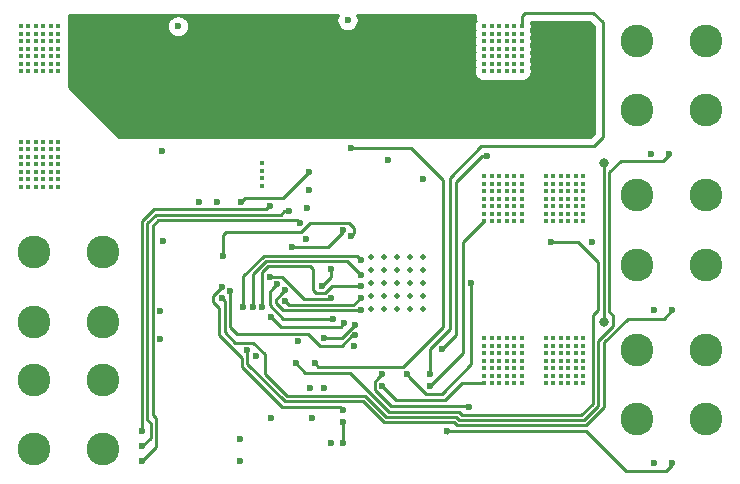
<source format=gbr>
G04 #@! TF.GenerationSoftware,KiCad,Pcbnew,(5.1.5)-3*
G04 #@! TF.CreationDate,2020-12-16T15:48:43+01:00*
G04 #@! TF.ProjectId,esc,6573632e-6b69-4636-9164-5f7063625858,rev?*
G04 #@! TF.SameCoordinates,Original*
G04 #@! TF.FileFunction,Copper,L4,Bot*
G04 #@! TF.FilePolarity,Positive*
%FSLAX46Y46*%
G04 Gerber Fmt 4.6, Leading zero omitted, Abs format (unit mm)*
G04 Created by KiCad (PCBNEW (5.1.5)-3) date 2020-12-16 15:48:43*
%MOMM*%
%LPD*%
G04 APERTURE LIST*
%ADD10C,0.499999*%
%ADD11C,2.775000*%
%ADD12C,0.600000*%
%ADD13C,0.450000*%
%ADD14C,0.800000*%
%ADD15C,0.250000*%
%ADD16C,0.254000*%
G04 APERTURE END LIST*
D10*
X142452999Y-98891999D03*
X143553000Y-98891999D03*
X144653000Y-98891999D03*
X145753000Y-98891999D03*
X146853001Y-98891999D03*
X142452999Y-99992000D03*
X143553000Y-99992000D03*
X144653000Y-99992000D03*
X145753000Y-99992000D03*
X146853001Y-99992000D03*
X142452999Y-101092000D03*
X143553000Y-101092000D03*
X144653000Y-101092000D03*
X145753000Y-101092000D03*
X146853001Y-101092000D03*
X142452999Y-102192000D03*
X143553000Y-102192000D03*
X144653000Y-102192000D03*
X145753000Y-102192000D03*
X146853001Y-102192000D03*
X142452999Y-103292001D03*
X143553000Y-103292001D03*
X144653000Y-103292001D03*
X145753000Y-103292001D03*
X146853001Y-103292001D03*
D11*
X164945000Y-86487000D03*
X164945000Y-80617000D03*
X170815000Y-80617000D03*
X170815000Y-86487000D03*
X113919000Y-98524000D03*
X119789000Y-98524000D03*
X119789000Y-104394000D03*
X113919000Y-104394000D03*
X164945000Y-99568000D03*
X164945000Y-93698000D03*
X170815000Y-93698000D03*
X170815000Y-99568000D03*
X113919000Y-109319000D03*
X119789000Y-109319000D03*
X119789000Y-115189000D03*
X113919000Y-115189000D03*
X164945000Y-112649000D03*
X164945000Y-106779000D03*
X170815000Y-106779000D03*
X170815000Y-112649000D03*
D12*
X140970000Y-106426000D03*
D13*
X152019000Y-95885000D03*
D12*
X161163000Y-97663000D03*
D13*
X152654000Y-95885000D03*
X153289000Y-95885000D03*
X153924000Y-95885000D03*
X154559000Y-95885000D03*
X155194000Y-95885000D03*
X155194000Y-95250000D03*
X153289000Y-95250000D03*
X153924000Y-95250000D03*
X152019000Y-95250000D03*
X152654000Y-95250000D03*
X154559000Y-95250000D03*
X153289000Y-93980000D03*
X154559000Y-93980000D03*
X155194000Y-94615000D03*
X153289000Y-94615000D03*
X152019000Y-93980000D03*
X153924000Y-93980000D03*
X152654000Y-93980000D03*
X155194000Y-93980000D03*
X153924000Y-94615000D03*
X152019000Y-94615000D03*
X152654000Y-94615000D03*
X154559000Y-94615000D03*
X152654000Y-92075000D03*
X155194000Y-92075000D03*
X154559000Y-92075000D03*
X152019000Y-92710000D03*
X152654000Y-92710000D03*
X153289000Y-93345000D03*
X152019000Y-92075000D03*
X154559000Y-93345000D03*
X153924000Y-92710000D03*
X153289000Y-92075000D03*
X154559000Y-92710000D03*
X152019000Y-93345000D03*
X153924000Y-93345000D03*
X152654000Y-93345000D03*
X155194000Y-92710000D03*
X153924000Y-92075000D03*
X155194000Y-93345000D03*
X153289000Y-92710000D03*
X152654000Y-81280000D03*
X155194000Y-81280000D03*
X154559000Y-81280000D03*
X152019000Y-81915000D03*
X152654000Y-81915000D03*
X153289000Y-82550000D03*
X152019000Y-81280000D03*
X154559000Y-82550000D03*
X153924000Y-81915000D03*
X153289000Y-81280000D03*
X155194000Y-83185000D03*
X154559000Y-81915000D03*
X153289000Y-83185000D03*
X152019000Y-82550000D03*
X153924000Y-82550000D03*
X152654000Y-82550000D03*
X155194000Y-81915000D03*
X153924000Y-81280000D03*
X155194000Y-82550000D03*
X153289000Y-81915000D03*
X153924000Y-83185000D03*
X152019000Y-83185000D03*
X152654000Y-83185000D03*
X154559000Y-83185000D03*
X154559000Y-79375000D03*
X154559000Y-80645000D03*
X152019000Y-80010000D03*
X155194000Y-79375000D03*
X152019000Y-80645000D03*
X152019000Y-79375000D03*
X154559000Y-80010000D03*
X153924000Y-80645000D03*
X153924000Y-79375000D03*
X153289000Y-80010000D03*
X152654000Y-79375000D03*
X153289000Y-79375000D03*
X152654000Y-80010000D03*
X153289000Y-80645000D03*
X153924000Y-80010000D03*
X155194000Y-80010000D03*
X155194000Y-80645000D03*
X152654000Y-80645000D03*
X152654000Y-105791000D03*
X153924000Y-108966000D03*
X152654000Y-107696000D03*
X154559000Y-108966000D03*
X153289000Y-108966000D03*
X155194000Y-109601000D03*
X154559000Y-109601000D03*
X153924000Y-105791000D03*
X153289000Y-105791000D03*
X152019000Y-107061000D03*
X154559000Y-106426000D03*
X153289000Y-106426000D03*
X155194000Y-106426000D03*
X152019000Y-105791000D03*
X152654000Y-109601000D03*
X155194000Y-105791000D03*
X154559000Y-105791000D03*
X152019000Y-108331000D03*
X153289000Y-109601000D03*
X152019000Y-109601000D03*
X153924000Y-107061000D03*
X155194000Y-107696000D03*
X153289000Y-108331000D03*
X153289000Y-107061000D03*
X152654000Y-107061000D03*
X155194000Y-108331000D03*
X153924000Y-107696000D03*
X152019000Y-106426000D03*
X152654000Y-108966000D03*
X153924000Y-109601000D03*
X152654000Y-106426000D03*
X154559000Y-107696000D03*
X153924000Y-106426000D03*
X155194000Y-107061000D03*
X153924000Y-108331000D03*
X152019000Y-108966000D03*
X155194000Y-108966000D03*
X154559000Y-107061000D03*
X152654000Y-108331000D03*
X152019000Y-107696000D03*
X153289000Y-107696000D03*
X154559000Y-108331000D03*
X113411000Y-79375000D03*
X114681000Y-82550000D03*
X113411000Y-81280000D03*
X115316000Y-82550000D03*
X114046000Y-82550000D03*
X115951000Y-83185000D03*
X115316000Y-83185000D03*
X114681000Y-79375000D03*
X114046000Y-79375000D03*
X115316000Y-80010000D03*
X114046000Y-80010000D03*
X115951000Y-80010000D03*
X113411000Y-83185000D03*
X115951000Y-79375000D03*
X115316000Y-79375000D03*
X114046000Y-83185000D03*
X114681000Y-80645000D03*
X115951000Y-81280000D03*
X114046000Y-81915000D03*
X114046000Y-80645000D03*
X113411000Y-80645000D03*
X115951000Y-81915000D03*
X114681000Y-81280000D03*
X113411000Y-82550000D03*
X114681000Y-83185000D03*
X113411000Y-80010000D03*
X115316000Y-81280000D03*
X114681000Y-80010000D03*
X115951000Y-80645000D03*
X114681000Y-81915000D03*
X115951000Y-82550000D03*
X115316000Y-80645000D03*
X113411000Y-81915000D03*
X114046000Y-81280000D03*
X115316000Y-81915000D03*
X114046000Y-90424000D03*
X115951000Y-90424000D03*
X113411000Y-92329000D03*
X114681000Y-92964000D03*
X113411000Y-91694000D03*
X113411000Y-92964000D03*
X114046000Y-91694000D03*
X114681000Y-89789000D03*
X113411000Y-91059000D03*
X115316000Y-90424000D03*
X114046000Y-91059000D03*
X114681000Y-90424000D03*
X113411000Y-90424000D03*
X113411000Y-89789000D03*
X115316000Y-89789000D03*
X115951000Y-92329000D03*
X115316000Y-91059000D03*
X115316000Y-92964000D03*
X115316000Y-92329000D03*
X114681000Y-92329000D03*
X115951000Y-89154000D03*
X114046000Y-92329000D03*
X115951000Y-91059000D03*
X115951000Y-92964000D03*
X114046000Y-89789000D03*
X114681000Y-91059000D03*
X115951000Y-89789000D03*
X115951000Y-91694000D03*
X114681000Y-91694000D03*
X115316000Y-91694000D03*
X114046000Y-92964000D03*
X114681000Y-89154000D03*
X113411000Y-89154000D03*
X114046000Y-89154000D03*
X115316000Y-89154000D03*
X112776000Y-80010000D03*
X112776000Y-79375000D03*
X112776000Y-80645000D03*
X112776000Y-82550000D03*
X112776000Y-81915000D03*
X112776000Y-81280000D03*
X112776000Y-83185000D03*
X112776000Y-92329000D03*
X112776000Y-91694000D03*
X112776000Y-91059000D03*
X112776000Y-92964000D03*
X112776000Y-89789000D03*
X112776000Y-90424000D03*
X112776000Y-89154000D03*
D12*
X124841000Y-97599500D03*
X147447000Y-109855000D03*
X147447000Y-108839000D03*
X143383000Y-109855000D03*
X146812000Y-92329000D03*
X143891000Y-90678000D03*
X140462000Y-78867000D03*
X126111000Y-79375000D03*
X124714000Y-89916000D03*
X131318000Y-114300000D03*
X124588030Y-103505000D03*
X124588020Y-105846587D03*
X137160000Y-93217994D03*
X136939161Y-97360031D03*
X133985000Y-112522000D03*
X137414000Y-112522000D03*
X137315052Y-110004950D03*
X132715000Y-107315000D03*
X129413000Y-94234000D03*
X166370000Y-103441500D03*
X166116000Y-90170008D03*
X166433500Y-116395500D03*
D13*
X133223000Y-92900500D03*
X133223000Y-92265500D03*
X133223000Y-90995500D03*
X133223000Y-91630500D03*
D12*
X131318008Y-116205000D03*
X127889000Y-94234000D03*
X137033000Y-94742000D03*
X136271000Y-106045000D03*
X139065000Y-114681000D03*
X138430000Y-109982000D03*
D13*
X117602000Y-80645000D03*
X117602000Y-82550000D03*
X117602000Y-79375000D03*
X117602000Y-81280000D03*
X117602000Y-83185000D03*
X117602000Y-80010000D03*
X117602000Y-81915000D03*
X118237000Y-83185000D03*
X118237000Y-81915000D03*
X118237000Y-79375000D03*
X118237000Y-80010000D03*
X118237000Y-82550000D03*
X118237000Y-81280000D03*
X118237000Y-80645000D03*
X119507000Y-83185000D03*
X119507000Y-81915000D03*
X119507000Y-79375000D03*
X119507000Y-80010000D03*
X119507000Y-82550000D03*
X119507000Y-81280000D03*
X119507000Y-80645000D03*
X118872000Y-80645000D03*
X118872000Y-82550000D03*
X118872000Y-79375000D03*
X118872000Y-81280000D03*
X118872000Y-83185000D03*
X118872000Y-80010000D03*
X118872000Y-81915000D03*
X120142000Y-83185000D03*
X120142000Y-79375000D03*
X120142000Y-82550000D03*
X120142000Y-80645000D03*
X120142000Y-81280000D03*
X120142000Y-80010000D03*
X120142000Y-81915000D03*
X120777000Y-79375000D03*
X120777000Y-80645000D03*
X120777000Y-82550000D03*
X120777000Y-83185000D03*
X120777000Y-80010000D03*
X120777000Y-81280000D03*
X120777000Y-81915000D03*
X158496000Y-79375000D03*
X159131000Y-81915000D03*
X158496000Y-80645000D03*
X159131000Y-81280000D03*
X159131000Y-80010000D03*
X159131000Y-80645000D03*
X159131000Y-82550000D03*
X158496000Y-82550000D03*
X159131000Y-79375000D03*
X159131000Y-83185000D03*
X157226000Y-83185000D03*
X157226000Y-81915000D03*
X157226000Y-79375000D03*
X157226000Y-80010000D03*
X157226000Y-82550000D03*
X157226000Y-81280000D03*
X157226000Y-80645000D03*
X159766000Y-81915000D03*
X158496000Y-83185000D03*
X159766000Y-81280000D03*
X158496000Y-80010000D03*
X159766000Y-80645000D03*
X159766000Y-79375000D03*
X158496000Y-81280000D03*
X158496000Y-81915000D03*
X159766000Y-82550000D03*
X159766000Y-83185000D03*
X159766000Y-80010000D03*
X160401000Y-80010000D03*
X160401000Y-81280000D03*
X160401000Y-81915000D03*
X160401000Y-82550000D03*
X160401000Y-80645000D03*
X160401000Y-83185000D03*
X160401000Y-79375000D03*
X157861000Y-83185000D03*
X157861000Y-79375000D03*
X157861000Y-82550000D03*
X157861000Y-80645000D03*
X157861000Y-81280000D03*
X157861000Y-80010000D03*
X157861000Y-81915000D03*
X158496000Y-92710000D03*
X159766000Y-93980000D03*
X159766000Y-93345000D03*
X159131000Y-94615000D03*
X158496000Y-93345000D03*
X159131000Y-92710000D03*
X159131000Y-93345000D03*
X157226000Y-95885000D03*
X157226000Y-92710000D03*
X158496000Y-95250000D03*
X157226000Y-92075000D03*
X159131000Y-92075000D03*
X157226000Y-95250000D03*
X157226000Y-93980000D03*
X157226000Y-93345000D03*
X159131000Y-95250000D03*
X159131000Y-93980000D03*
X157226000Y-94615000D03*
X159766000Y-94615000D03*
X158496000Y-95885000D03*
X158496000Y-92075000D03*
X159131000Y-95885000D03*
X160401000Y-95250000D03*
X157861000Y-93980000D03*
X157861000Y-92710000D03*
X160401000Y-92710000D03*
X160401000Y-94615000D03*
X160401000Y-93345000D03*
X159766000Y-92710000D03*
X159766000Y-92075000D03*
X160401000Y-92075000D03*
X157861000Y-93345000D03*
X160401000Y-93980000D03*
X157861000Y-92075000D03*
X157861000Y-95250000D03*
X159766000Y-95885000D03*
X157861000Y-94615000D03*
X157861000Y-95885000D03*
X158496000Y-93980000D03*
X158496000Y-94615000D03*
X160401000Y-95885000D03*
X159766000Y-95250000D03*
X160401000Y-106426000D03*
X160401000Y-107696000D03*
X159131000Y-107061000D03*
X157861000Y-108331000D03*
X157861000Y-108966000D03*
X157226000Y-106426000D03*
X158496000Y-108966000D03*
X160401000Y-109601000D03*
X160401000Y-108331000D03*
X158496000Y-107696000D03*
X157226000Y-105791000D03*
X159766000Y-109601000D03*
X158496000Y-107061000D03*
X160401000Y-105791000D03*
X160401000Y-107061000D03*
X157861000Y-107061000D03*
X158496000Y-109601000D03*
X157226000Y-107061000D03*
X157861000Y-106426000D03*
X159131000Y-105791000D03*
X157861000Y-107696000D03*
X159131000Y-108331000D03*
X159766000Y-105791000D03*
X157861000Y-105791000D03*
X157861000Y-109601000D03*
X157226000Y-109601000D03*
X157226000Y-107696000D03*
X159131000Y-108966000D03*
X158496000Y-106426000D03*
X160401000Y-108966000D03*
X159766000Y-108966000D03*
X159766000Y-108331000D03*
X159131000Y-109601000D03*
X159766000Y-106426000D03*
X159131000Y-107696000D03*
X159766000Y-107696000D03*
X158496000Y-105791000D03*
X157226000Y-108331000D03*
X157226000Y-108966000D03*
X159766000Y-107061000D03*
X159131000Y-106426000D03*
X158496000Y-108331000D03*
X145351500Y-88392000D03*
X144716500Y-88392000D03*
X144081500Y-88392000D03*
X145986500Y-88392000D03*
X144081500Y-87757000D03*
X145986500Y-87757000D03*
X144716500Y-87757000D03*
X145351500Y-87757000D03*
D12*
X152273000Y-90333990D03*
X148463000Y-106680000D03*
X150956929Y-101103191D03*
X145468426Y-108855968D03*
D14*
X162179000Y-104394000D03*
X162179000Y-90931990D03*
D12*
X150749000Y-111633000D03*
X143383000Y-108839000D03*
X138430000Y-105791000D03*
X141097000Y-104648002D03*
X140081000Y-112903000D03*
X140081000Y-114681000D03*
X140081000Y-111887000D03*
X129794000Y-101473000D03*
X141097000Y-105537000D03*
X130518058Y-101816058D03*
X140180873Y-104516479D03*
X133985000Y-104013006D03*
X141567998Y-103378000D03*
X135148023Y-101738718D03*
X139192000Y-104140002D03*
X134493000Y-101219000D03*
X139065012Y-102362000D03*
X133878409Y-100584000D03*
X141567998Y-101346000D03*
X133253409Y-103155456D03*
X141567998Y-100457000D03*
X132454271Y-103118076D03*
X139065000Y-99949000D03*
X138302450Y-101345450D03*
X131654291Y-103125139D03*
X141567998Y-99163388D03*
X140096017Y-96649405D03*
X135728553Y-98078441D03*
X140715998Y-97155000D03*
X129921000Y-98806000D03*
X141567998Y-102362000D03*
X135146320Y-102624320D03*
X123063000Y-114935000D03*
X135509797Y-95055021D03*
X123063000Y-116205000D03*
X136398000Y-96012000D03*
X167640000Y-90170000D03*
X129793998Y-102362000D03*
X131952982Y-106807000D03*
X167957500Y-103441502D03*
X148844000Y-113665000D03*
X167957500Y-116395500D03*
X136080500Y-107886500D03*
X157670498Y-97663000D03*
X140716000Y-89662000D03*
X137731500Y-107886500D03*
X131445000Y-94234000D03*
X137223500Y-91694004D03*
X123063000Y-113665000D03*
X133915211Y-94605010D03*
D15*
X152019000Y-95885000D02*
X150241000Y-97663000D01*
X150241000Y-107061000D02*
X147447000Y-109855000D01*
X150241000Y-97663000D02*
X150241000Y-107061000D01*
X144526000Y-110998000D02*
X143383000Y-109855000D01*
X148717000Y-110998000D02*
X144526000Y-110998000D01*
X151765000Y-109601000D02*
X150114000Y-109601000D01*
X150114000Y-109601000D02*
X148717000Y-110998000D01*
X151765000Y-89535000D02*
X149098000Y-92202000D01*
X161290000Y-89535000D02*
X151765000Y-89535000D01*
X149098000Y-105029000D02*
X147447000Y-106680000D01*
X162052000Y-88773000D02*
X161290000Y-89535000D01*
X155194000Y-78486000D02*
X155448000Y-78232000D01*
X155194000Y-79375000D02*
X155194000Y-78486000D01*
X149098000Y-92202000D02*
X149098000Y-105029000D01*
X161226500Y-78232000D02*
X162052000Y-79057500D01*
X147447000Y-106680000D02*
X147447000Y-108839000D01*
X162052000Y-79057500D02*
X162052000Y-88773000D01*
X155448000Y-78232000D02*
X161226500Y-78232000D01*
X148336000Y-106553000D02*
X148336000Y-106553000D01*
X149606000Y-92583000D02*
X149606000Y-105537000D01*
X152273000Y-90333990D02*
X151855010Y-90333990D01*
X149606000Y-105537000D02*
X148463000Y-106680000D01*
X151855010Y-90333990D02*
X149606000Y-92583000D01*
X147102458Y-110490000D02*
X145768425Y-109155967D01*
X150956929Y-107996071D02*
X148463000Y-110490000D01*
X150956929Y-101103191D02*
X150956929Y-107996071D01*
X148463000Y-110490000D02*
X147102458Y-110490000D01*
X145768425Y-109155967D02*
X145468426Y-108855968D01*
X162179000Y-104394000D02*
X162179000Y-90931990D01*
X143083001Y-109138999D02*
X143383000Y-108839000D01*
X150622000Y-111506000D02*
X144108998Y-111506000D01*
X150749000Y-111633000D02*
X150622000Y-111506000D01*
X142757999Y-110155001D02*
X142757999Y-109464001D01*
X144108998Y-111506000D02*
X142757999Y-110155001D01*
X142757999Y-109464001D02*
X143083001Y-109138999D01*
X139954002Y-105791000D02*
X141097000Y-104648002D01*
X138430000Y-105791000D02*
X139954002Y-105791000D01*
X140081000Y-112903000D02*
X140081000Y-114681000D01*
X129032000Y-102235000D02*
X129794000Y-101473000D01*
X129032000Y-102743000D02*
X129032000Y-102235000D01*
X129540000Y-103251000D02*
X129032000Y-102743000D01*
X129540000Y-105537000D02*
X129540000Y-103251000D01*
X139827000Y-111633000D02*
X134874000Y-111633000D01*
X140081000Y-111887000D02*
X139827000Y-111633000D01*
X134874000Y-111633000D02*
X131502972Y-108261972D01*
X131502972Y-107499972D02*
X129540000Y-105537000D01*
X131502972Y-108261972D02*
X131502972Y-107499972D01*
X141097000Y-105537000D02*
X140844412Y-105537000D01*
X138129999Y-106416001D02*
X137123998Y-105410000D01*
X139965411Y-106416001D02*
X138129999Y-106416001D01*
X137123998Y-105410000D02*
X131064000Y-105410000D01*
X131064000Y-105410000D02*
X130518058Y-104864058D01*
X130518058Y-102240322D02*
X130518058Y-101816058D01*
X130518058Y-104864058D02*
X130518058Y-102240322D01*
X140844412Y-105537000D02*
X139965411Y-106416001D01*
X139880874Y-104816478D02*
X134788472Y-104816478D01*
X140180873Y-104516479D02*
X139880874Y-104816478D01*
X134788472Y-104816478D02*
X134284999Y-104313005D01*
X134284999Y-104313005D02*
X133985000Y-104013006D01*
X134848024Y-102038717D02*
X135148023Y-101738718D01*
X141567998Y-103378000D02*
X141508987Y-103437011D01*
X135034009Y-103437011D02*
X134366000Y-102769002D01*
X134366000Y-102769002D02*
X134366000Y-102520741D01*
X141508987Y-103437011D02*
X135034009Y-103437011D01*
X134366000Y-102520741D02*
X134848024Y-102038717D01*
X135001002Y-104140002D02*
X133858000Y-102997000D01*
X134193001Y-101518999D02*
X134493000Y-101219000D01*
X139192000Y-104140002D02*
X135001002Y-104140002D01*
X133858000Y-102997000D02*
X133858000Y-101854000D01*
X133858000Y-101854000D02*
X134193001Y-101518999D01*
X136761897Y-102431010D02*
X134914887Y-100584000D01*
X134302673Y-100584000D02*
X133878409Y-100584000D01*
X134914887Y-100584000D02*
X134302673Y-100584000D01*
X139065012Y-102362000D02*
X138996002Y-102431010D01*
X138996002Y-102431010D02*
X136761897Y-102431010D01*
X133719980Y-99706020D02*
X133253409Y-100172591D01*
X133253409Y-100172591D02*
X133253409Y-103155456D01*
X137541000Y-99949000D02*
X137298020Y-99706020D01*
X139185798Y-101346000D02*
X138550798Y-101981000D01*
X137795000Y-101981000D02*
X137541000Y-101727000D01*
X137298020Y-99706020D02*
X133719980Y-99706020D01*
X141567998Y-101346000D02*
X139185798Y-101346000D01*
X138550798Y-101981000D02*
X137795000Y-101981000D01*
X137541000Y-101727000D02*
X137541000Y-99949000D01*
X133544599Y-99244991D02*
X132454271Y-100335319D01*
X132454271Y-100335319D02*
X132454271Y-102693812D01*
X135417950Y-99244990D02*
X133544599Y-99244991D01*
X135428970Y-99256010D02*
X135417950Y-99244990D01*
X132454271Y-102693812D02*
X132454271Y-103118076D01*
X140404010Y-99256010D02*
X135428970Y-99256010D01*
X141567998Y-100419998D02*
X140404010Y-99256010D01*
X141567998Y-100457000D02*
X141567998Y-100419998D01*
X139065000Y-99949000D02*
X139065000Y-100582900D01*
X139065000Y-100582900D02*
X138302450Y-101345450D01*
X141199592Y-98794982D02*
X141267999Y-98863389D01*
X141267999Y-98863389D02*
X141567998Y-99163388D01*
X133358198Y-98794982D02*
X141199592Y-98794982D01*
X131654291Y-103125139D02*
X131654291Y-100498889D01*
X131654291Y-100498889D02*
X133358198Y-98794982D01*
X136152817Y-98078441D02*
X135728553Y-98078441D01*
X138776559Y-98078441D02*
X136152817Y-98078441D01*
X140096017Y-96649405D02*
X140096017Y-96758983D01*
X140096017Y-96758983D02*
X138776559Y-98078441D01*
X141015997Y-96855001D02*
X141015997Y-96438997D01*
X140715998Y-97155000D02*
X141015997Y-96855001D01*
X137310598Y-96024404D02*
X136561002Y-96774000D01*
X141015997Y-96438997D02*
X140601404Y-96024404D01*
X140601404Y-96024404D02*
X137310598Y-96024404D01*
X136561002Y-96774000D02*
X130175000Y-96774000D01*
X130175000Y-96774000D02*
X129921000Y-97028000D01*
X129921000Y-97028000D02*
X129921000Y-98806000D01*
X135446319Y-102924319D02*
X135146320Y-102624320D01*
X135509001Y-102987001D02*
X135446319Y-102924319D01*
X140942997Y-102987001D02*
X135509001Y-102987001D01*
X141567998Y-102362000D02*
X140942997Y-102987001D01*
X123513011Y-96068578D02*
X124262580Y-95319009D01*
X123513011Y-112718011D02*
X123513011Y-96068578D01*
X124262580Y-95319009D02*
X134821545Y-95319009D01*
X123788000Y-114210000D02*
X123788000Y-112993000D01*
X123063000Y-114935000D02*
X123788000Y-114210000D01*
X134821545Y-95319009D02*
X135085533Y-95055021D01*
X135085533Y-95055021D02*
X135509797Y-95055021D01*
X123788000Y-112993000D02*
X123513011Y-112718011D01*
X124238011Y-115029989D02*
X123063000Y-116205000D01*
X124238011Y-112554011D02*
X124238011Y-115029989D01*
X123963020Y-96254980D02*
X123963020Y-112279020D01*
X124448980Y-95769020D02*
X123963020Y-96254980D01*
X136155020Y-95769020D02*
X124448980Y-95769020D01*
X136398000Y-96012000D02*
X136155020Y-95769020D01*
X123963020Y-112279020D02*
X124238011Y-112554011D01*
X130048000Y-102616002D02*
X129793998Y-102362000D01*
X130048000Y-105283000D02*
X130048000Y-102616002D01*
X133477000Y-107151998D02*
X132497002Y-106172000D01*
X135315809Y-110674989D02*
X133477000Y-108836180D01*
X141918400Y-110674989D02*
X135315809Y-110674989D01*
X149673600Y-112464009D02*
X143707419Y-112464009D01*
X163576000Y-90805000D02*
X162629010Y-91751990D01*
X133477000Y-108836180D02*
X133477000Y-107151998D01*
X162629010Y-91751990D02*
X162629010Y-103574010D01*
X162629010Y-103574010D02*
X162904001Y-103849001D01*
X160456300Y-112718007D02*
X149927598Y-112718007D01*
X167640000Y-90297000D02*
X167132000Y-90805000D01*
X143707419Y-112464009D02*
X141918400Y-110674989D01*
X167132000Y-90805000D02*
X163576000Y-90805000D01*
X161671000Y-105994200D02*
X161671000Y-111503307D01*
X162904002Y-104761198D02*
X161671000Y-105994200D01*
X130937000Y-106172000D02*
X130048000Y-105283000D01*
X161671000Y-111503307D02*
X160456300Y-112718007D01*
X132497002Y-106172000D02*
X130937000Y-106172000D01*
X162904001Y-103849001D02*
X162904002Y-104761198D01*
X149927598Y-112718007D02*
X149673600Y-112464009D01*
X131952982Y-107231264D02*
X131952982Y-106807000D01*
X131952982Y-107948572D02*
X131952982Y-107231264D01*
X162179000Y-106135998D02*
X162179000Y-111631717D01*
X141732000Y-111125000D02*
X135129409Y-111124999D01*
X167268987Y-104130015D02*
X164184983Y-104130015D01*
X149487200Y-112914020D02*
X143521020Y-112914020D01*
X164184983Y-104130015D02*
X162179000Y-106135998D01*
X167957500Y-103441502D02*
X167268987Y-104130015D01*
X162179000Y-111631717D02*
X160642699Y-113168018D01*
X160642699Y-113168018D02*
X149741198Y-113168018D01*
X135129409Y-111124999D02*
X131952982Y-107948572D01*
X149741198Y-113168018D02*
X149487200Y-112914020D01*
X143521020Y-112914020D02*
X141732000Y-111125000D01*
X148971000Y-113665000D02*
X148844000Y-113792000D01*
X167957500Y-116522500D02*
X167449500Y-117030500D01*
X160655000Y-113665000D02*
X148971000Y-113665000D01*
X167449500Y-117030500D02*
X164020500Y-117030500D01*
X167957500Y-116459000D02*
X167957500Y-116522500D01*
X164020500Y-117030500D02*
X160655000Y-113665000D01*
X136894978Y-108700978D02*
X136080500Y-107886500D01*
X161220989Y-103828011D02*
X161220989Y-111316908D01*
X161671000Y-103378000D02*
X161220989Y-103828011D01*
X143980586Y-112013998D02*
X140667566Y-108700978D01*
X140667566Y-108700978D02*
X136894978Y-108700978D01*
X157670498Y-97663000D02*
X159956500Y-97663000D01*
X161671000Y-99377500D02*
X161671000Y-103378000D01*
X149860000Y-112013998D02*
X143980586Y-112013998D01*
X150113998Y-112267996D02*
X149860000Y-112013998D01*
X159956500Y-97663000D02*
X161671000Y-99377500D01*
X161220989Y-111316908D02*
X160269901Y-112267996D01*
X160269901Y-112267996D02*
X150113998Y-112267996D01*
X145796000Y-89662000D02*
X148520990Y-92386990D01*
X140716000Y-89662000D02*
X145796000Y-89662000D01*
X145159590Y-108204000D02*
X137985500Y-108204000D01*
X137985500Y-108204000D02*
X137668000Y-107886500D01*
X148520990Y-92386990D02*
X148520990Y-104842600D01*
X148520990Y-104842600D02*
X145159590Y-108204000D01*
X134983503Y-93934001D02*
X136923501Y-91994003D01*
X136923501Y-91994003D02*
X137223500Y-91694004D01*
X131744999Y-93934001D02*
X134983503Y-93934001D01*
X131445000Y-94234000D02*
X131744999Y-93934001D01*
X133538542Y-94868998D02*
X133867296Y-94540244D01*
X123063000Y-95882178D02*
X124076180Y-94868998D01*
X124076180Y-94868998D02*
X133538542Y-94868998D01*
X123063000Y-113665000D02*
X123063000Y-95882178D01*
D16*
G36*
X139633414Y-78424111D02*
G01*
X139562932Y-78594271D01*
X139527000Y-78774911D01*
X139527000Y-78959089D01*
X139562932Y-79139729D01*
X139633414Y-79309889D01*
X139735738Y-79463028D01*
X139865972Y-79593262D01*
X140019111Y-79695586D01*
X140189271Y-79766068D01*
X140369911Y-79802000D01*
X140554089Y-79802000D01*
X140734729Y-79766068D01*
X140904889Y-79695586D01*
X141058028Y-79593262D01*
X141188262Y-79463028D01*
X141290586Y-79309889D01*
X141361068Y-79139729D01*
X141397000Y-78959089D01*
X141397000Y-78774911D01*
X141361068Y-78594271D01*
X141290586Y-78424111D01*
X141263785Y-78384000D01*
X151257000Y-78384000D01*
X151257000Y-78803500D01*
X151259440Y-78828276D01*
X151266667Y-78852101D01*
X151278403Y-78874057D01*
X151294197Y-78893303D01*
X151302173Y-78899849D01*
X151256878Y-78967637D01*
X151192049Y-79124147D01*
X151159000Y-79290297D01*
X151159000Y-79459703D01*
X151192049Y-79625853D01*
X151219655Y-79692500D01*
X151192049Y-79759147D01*
X151159000Y-79925297D01*
X151159000Y-80094703D01*
X151192049Y-80260853D01*
X151219655Y-80327500D01*
X151192049Y-80394147D01*
X151159000Y-80560297D01*
X151159000Y-80729703D01*
X151192049Y-80895853D01*
X151219655Y-80962500D01*
X151192049Y-81029147D01*
X151159000Y-81195297D01*
X151159000Y-81364703D01*
X151192049Y-81530853D01*
X151219655Y-81597500D01*
X151192049Y-81664147D01*
X151159000Y-81830297D01*
X151159000Y-81999703D01*
X151192049Y-82165853D01*
X151219655Y-82232500D01*
X151192049Y-82299147D01*
X151159000Y-82465297D01*
X151159000Y-82634703D01*
X151192049Y-82800853D01*
X151219655Y-82867500D01*
X151192049Y-82934147D01*
X151159000Y-83100297D01*
X151159000Y-83269703D01*
X151192049Y-83435853D01*
X151256878Y-83592363D01*
X151350995Y-83733218D01*
X151470782Y-83853005D01*
X151611637Y-83947122D01*
X151768147Y-84011951D01*
X151934297Y-84045000D01*
X152103703Y-84045000D01*
X152269853Y-84011951D01*
X152336500Y-83984345D01*
X152403147Y-84011951D01*
X152569297Y-84045000D01*
X152738703Y-84045000D01*
X152904853Y-84011951D01*
X152971500Y-83984345D01*
X153038147Y-84011951D01*
X153204297Y-84045000D01*
X153373703Y-84045000D01*
X153539853Y-84011951D01*
X153606500Y-83984345D01*
X153673147Y-84011951D01*
X153839297Y-84045000D01*
X154008703Y-84045000D01*
X154174853Y-84011951D01*
X154241500Y-83984345D01*
X154308147Y-84011951D01*
X154474297Y-84045000D01*
X154643703Y-84045000D01*
X154809853Y-84011951D01*
X154876500Y-83984345D01*
X154943147Y-84011951D01*
X155109297Y-84045000D01*
X155278703Y-84045000D01*
X155444853Y-84011951D01*
X155601363Y-83947122D01*
X155742218Y-83853005D01*
X155862005Y-83733218D01*
X155956122Y-83592363D01*
X156020951Y-83435853D01*
X156054000Y-83269703D01*
X156054000Y-83100297D01*
X156020951Y-82934147D01*
X155993345Y-82867500D01*
X156020951Y-82800853D01*
X156054000Y-82634703D01*
X156054000Y-82465297D01*
X156020951Y-82299147D01*
X155993345Y-82232500D01*
X156020951Y-82165853D01*
X156054000Y-81999703D01*
X156054000Y-81830297D01*
X156020951Y-81664147D01*
X155993345Y-81597500D01*
X156020951Y-81530853D01*
X156054000Y-81364703D01*
X156054000Y-81195297D01*
X156020951Y-81029147D01*
X155993345Y-80962500D01*
X156020951Y-80895853D01*
X156054000Y-80729703D01*
X156054000Y-80560297D01*
X156020951Y-80394147D01*
X155993345Y-80327500D01*
X156020951Y-80260853D01*
X156054000Y-80094703D01*
X156054000Y-79925297D01*
X156020951Y-79759147D01*
X155993345Y-79692500D01*
X156020951Y-79625853D01*
X156054000Y-79459703D01*
X156054000Y-79290297D01*
X156020951Y-79124147D01*
X155966214Y-78992000D01*
X160911699Y-78992000D01*
X161290000Y-79370302D01*
X161290000Y-88460198D01*
X160977199Y-88773000D01*
X151782027Y-88773000D01*
X151765000Y-88771323D01*
X151747973Y-88773000D01*
X141013036Y-88773000D01*
X140988729Y-88762932D01*
X140808089Y-88727000D01*
X140623911Y-88727000D01*
X140443271Y-88762932D01*
X140418964Y-88773000D01*
X121083606Y-88773000D01*
X116840000Y-84529394D01*
X116840000Y-79282911D01*
X125176000Y-79282911D01*
X125176000Y-79467089D01*
X125211932Y-79647729D01*
X125282414Y-79817889D01*
X125384738Y-79971028D01*
X125514972Y-80101262D01*
X125668111Y-80203586D01*
X125838271Y-80274068D01*
X126018911Y-80310000D01*
X126203089Y-80310000D01*
X126383729Y-80274068D01*
X126553889Y-80203586D01*
X126707028Y-80101262D01*
X126837262Y-79971028D01*
X126939586Y-79817889D01*
X127010068Y-79647729D01*
X127046000Y-79467089D01*
X127046000Y-79282911D01*
X127010068Y-79102271D01*
X126939586Y-78932111D01*
X126837262Y-78778972D01*
X126707028Y-78648738D01*
X126553889Y-78546414D01*
X126383729Y-78475932D01*
X126203089Y-78440000D01*
X126018911Y-78440000D01*
X125838271Y-78475932D01*
X125668111Y-78546414D01*
X125514972Y-78648738D01*
X125384738Y-78778972D01*
X125282414Y-78932111D01*
X125211932Y-79102271D01*
X125176000Y-79282911D01*
X116840000Y-79282911D01*
X116840000Y-78384000D01*
X139660215Y-78384000D01*
X139633414Y-78424111D01*
G37*
X139633414Y-78424111D02*
X139562932Y-78594271D01*
X139527000Y-78774911D01*
X139527000Y-78959089D01*
X139562932Y-79139729D01*
X139633414Y-79309889D01*
X139735738Y-79463028D01*
X139865972Y-79593262D01*
X140019111Y-79695586D01*
X140189271Y-79766068D01*
X140369911Y-79802000D01*
X140554089Y-79802000D01*
X140734729Y-79766068D01*
X140904889Y-79695586D01*
X141058028Y-79593262D01*
X141188262Y-79463028D01*
X141290586Y-79309889D01*
X141361068Y-79139729D01*
X141397000Y-78959089D01*
X141397000Y-78774911D01*
X141361068Y-78594271D01*
X141290586Y-78424111D01*
X141263785Y-78384000D01*
X151257000Y-78384000D01*
X151257000Y-78803500D01*
X151259440Y-78828276D01*
X151266667Y-78852101D01*
X151278403Y-78874057D01*
X151294197Y-78893303D01*
X151302173Y-78899849D01*
X151256878Y-78967637D01*
X151192049Y-79124147D01*
X151159000Y-79290297D01*
X151159000Y-79459703D01*
X151192049Y-79625853D01*
X151219655Y-79692500D01*
X151192049Y-79759147D01*
X151159000Y-79925297D01*
X151159000Y-80094703D01*
X151192049Y-80260853D01*
X151219655Y-80327500D01*
X151192049Y-80394147D01*
X151159000Y-80560297D01*
X151159000Y-80729703D01*
X151192049Y-80895853D01*
X151219655Y-80962500D01*
X151192049Y-81029147D01*
X151159000Y-81195297D01*
X151159000Y-81364703D01*
X151192049Y-81530853D01*
X151219655Y-81597500D01*
X151192049Y-81664147D01*
X151159000Y-81830297D01*
X151159000Y-81999703D01*
X151192049Y-82165853D01*
X151219655Y-82232500D01*
X151192049Y-82299147D01*
X151159000Y-82465297D01*
X151159000Y-82634703D01*
X151192049Y-82800853D01*
X151219655Y-82867500D01*
X151192049Y-82934147D01*
X151159000Y-83100297D01*
X151159000Y-83269703D01*
X151192049Y-83435853D01*
X151256878Y-83592363D01*
X151350995Y-83733218D01*
X151470782Y-83853005D01*
X151611637Y-83947122D01*
X151768147Y-84011951D01*
X151934297Y-84045000D01*
X152103703Y-84045000D01*
X152269853Y-84011951D01*
X152336500Y-83984345D01*
X152403147Y-84011951D01*
X152569297Y-84045000D01*
X152738703Y-84045000D01*
X152904853Y-84011951D01*
X152971500Y-83984345D01*
X153038147Y-84011951D01*
X153204297Y-84045000D01*
X153373703Y-84045000D01*
X153539853Y-84011951D01*
X153606500Y-83984345D01*
X153673147Y-84011951D01*
X153839297Y-84045000D01*
X154008703Y-84045000D01*
X154174853Y-84011951D01*
X154241500Y-83984345D01*
X154308147Y-84011951D01*
X154474297Y-84045000D01*
X154643703Y-84045000D01*
X154809853Y-84011951D01*
X154876500Y-83984345D01*
X154943147Y-84011951D01*
X155109297Y-84045000D01*
X155278703Y-84045000D01*
X155444853Y-84011951D01*
X155601363Y-83947122D01*
X155742218Y-83853005D01*
X155862005Y-83733218D01*
X155956122Y-83592363D01*
X156020951Y-83435853D01*
X156054000Y-83269703D01*
X156054000Y-83100297D01*
X156020951Y-82934147D01*
X155993345Y-82867500D01*
X156020951Y-82800853D01*
X156054000Y-82634703D01*
X156054000Y-82465297D01*
X156020951Y-82299147D01*
X155993345Y-82232500D01*
X156020951Y-82165853D01*
X156054000Y-81999703D01*
X156054000Y-81830297D01*
X156020951Y-81664147D01*
X155993345Y-81597500D01*
X156020951Y-81530853D01*
X156054000Y-81364703D01*
X156054000Y-81195297D01*
X156020951Y-81029147D01*
X155993345Y-80962500D01*
X156020951Y-80895853D01*
X156054000Y-80729703D01*
X156054000Y-80560297D01*
X156020951Y-80394147D01*
X155993345Y-80327500D01*
X156020951Y-80260853D01*
X156054000Y-80094703D01*
X156054000Y-79925297D01*
X156020951Y-79759147D01*
X155993345Y-79692500D01*
X156020951Y-79625853D01*
X156054000Y-79459703D01*
X156054000Y-79290297D01*
X156020951Y-79124147D01*
X155966214Y-78992000D01*
X160911699Y-78992000D01*
X161290000Y-79370302D01*
X161290000Y-88460198D01*
X160977199Y-88773000D01*
X151782027Y-88773000D01*
X151765000Y-88771323D01*
X151747973Y-88773000D01*
X141013036Y-88773000D01*
X140988729Y-88762932D01*
X140808089Y-88727000D01*
X140623911Y-88727000D01*
X140443271Y-88762932D01*
X140418964Y-88773000D01*
X121083606Y-88773000D01*
X116840000Y-84529394D01*
X116840000Y-79282911D01*
X125176000Y-79282911D01*
X125176000Y-79467089D01*
X125211932Y-79647729D01*
X125282414Y-79817889D01*
X125384738Y-79971028D01*
X125514972Y-80101262D01*
X125668111Y-80203586D01*
X125838271Y-80274068D01*
X126018911Y-80310000D01*
X126203089Y-80310000D01*
X126383729Y-80274068D01*
X126553889Y-80203586D01*
X126707028Y-80101262D01*
X126837262Y-79971028D01*
X126939586Y-79817889D01*
X127010068Y-79647729D01*
X127046000Y-79467089D01*
X127046000Y-79282911D01*
X127010068Y-79102271D01*
X126939586Y-78932111D01*
X126837262Y-78778972D01*
X126707028Y-78648738D01*
X126553889Y-78546414D01*
X126383729Y-78475932D01*
X126203089Y-78440000D01*
X126018911Y-78440000D01*
X125838271Y-78475932D01*
X125668111Y-78546414D01*
X125514972Y-78648738D01*
X125384738Y-78778972D01*
X125282414Y-78932111D01*
X125211932Y-79102271D01*
X125176000Y-79282911D01*
X116840000Y-79282911D01*
X116840000Y-78384000D01*
X139660215Y-78384000D01*
X139633414Y-78424111D01*
M02*

</source>
